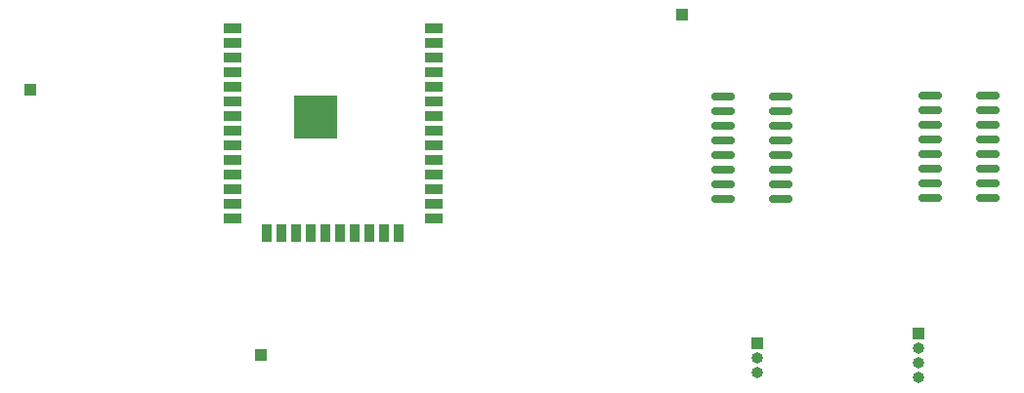
<source format=gbr>
%TF.GenerationSoftware,KiCad,Pcbnew,8.0.3*%
%TF.CreationDate,2024-06-26T21:10:10-03:00*%
%TF.ProjectId,SmartFeeder,536d6172-7446-4656-9564-65722e6b6963,rev?*%
%TF.SameCoordinates,Original*%
%TF.FileFunction,Soldermask,Top*%
%TF.FilePolarity,Negative*%
%FSLAX46Y46*%
G04 Gerber Fmt 4.6, Leading zero omitted, Abs format (unit mm)*
G04 Created by KiCad (PCBNEW 8.0.3) date 2024-06-26 21:10:10*
%MOMM*%
%LPD*%
G01*
G04 APERTURE LIST*
G04 Aperture macros list*
%AMRoundRect*
0 Rectangle with rounded corners*
0 $1 Rounding radius*
0 $2 $3 $4 $5 $6 $7 $8 $9 X,Y pos of 4 corners*
0 Add a 4 corners polygon primitive as box body*
4,1,4,$2,$3,$4,$5,$6,$7,$8,$9,$2,$3,0*
0 Add four circle primitives for the rounded corners*
1,1,$1+$1,$2,$3*
1,1,$1+$1,$4,$5*
1,1,$1+$1,$6,$7*
1,1,$1+$1,$8,$9*
0 Add four rect primitives between the rounded corners*
20,1,$1+$1,$2,$3,$4,$5,0*
20,1,$1+$1,$4,$5,$6,$7,0*
20,1,$1+$1,$6,$7,$8,$9,0*
20,1,$1+$1,$8,$9,$2,$3,0*%
G04 Aperture macros list end*
%ADD10R,1.000000X1.000000*%
%ADD11O,1.000000X1.000000*%
%ADD12RoundRect,0.150000X-0.850000X-0.150000X0.850000X-0.150000X0.850000X0.150000X-0.850000X0.150000X0*%
%ADD13R,1.500000X0.900000*%
%ADD14R,0.900000X1.500000*%
%ADD15C,0.600000*%
%ADD16R,3.800000X3.800000*%
G04 APERTURE END LIST*
D10*
%TO.C,J2*%
X163000000Y-106960000D03*
D11*
X163000000Y-108230000D03*
X163000000Y-109500000D03*
%TD*%
D10*
%TO.C,J1*%
X177000000Y-106190000D03*
D11*
X177000000Y-107460000D03*
X177000000Y-108730000D03*
X177000000Y-110000000D03*
%TD*%
D12*
%TO.C,U3*%
X178000000Y-85460000D03*
X178000000Y-86730000D03*
X178000000Y-88000000D03*
X178000000Y-89270000D03*
X178000000Y-90540000D03*
X178000000Y-91810000D03*
X178000000Y-93080000D03*
X178000000Y-94350000D03*
X183000000Y-94350000D03*
X183000000Y-93080000D03*
X183000000Y-91810000D03*
X183000000Y-90540000D03*
X183000000Y-89270000D03*
X183000000Y-88000000D03*
X183000000Y-86730000D03*
X183000000Y-85460000D03*
%TD*%
%TO.C,U2*%
X160000000Y-85555000D03*
X160000000Y-86825000D03*
X160000000Y-88095000D03*
X160000000Y-89365000D03*
X160000000Y-90635000D03*
X160000000Y-91905000D03*
X160000000Y-93175000D03*
X160000000Y-94445000D03*
X165000000Y-94445000D03*
X165000000Y-93175000D03*
X165000000Y-91905000D03*
X165000000Y-90635000D03*
X165000000Y-89365000D03*
X165000000Y-88095000D03*
X165000000Y-86825000D03*
X165000000Y-85555000D03*
%TD*%
D13*
%TO.C,U1*%
X117500000Y-79650000D03*
X117500000Y-80920000D03*
X117500000Y-82190000D03*
X117500000Y-83460000D03*
X117500000Y-84730000D03*
X117500000Y-86000000D03*
X117500000Y-87270000D03*
X117500000Y-88540000D03*
X117500000Y-89810000D03*
X117500000Y-91080000D03*
X117500000Y-92350000D03*
X117500000Y-93620000D03*
X117500000Y-94890000D03*
X117500000Y-96160000D03*
D14*
X120540000Y-97410000D03*
X121810000Y-97410000D03*
X123080000Y-97410000D03*
X124350000Y-97410000D03*
X125620000Y-97410000D03*
X126890000Y-97410000D03*
X128160000Y-97410000D03*
X129430000Y-97410000D03*
X130700000Y-97410000D03*
X131970000Y-97410000D03*
D13*
X135000000Y-96160000D03*
X135000000Y-94890000D03*
X135000000Y-93620000D03*
X135000000Y-92350000D03*
X135000000Y-91080000D03*
X135000000Y-89810000D03*
X135000000Y-88540000D03*
X135000000Y-87270000D03*
X135000000Y-86000000D03*
X135000000Y-84730000D03*
X135000000Y-83460000D03*
X135000000Y-82190000D03*
X135000000Y-80920000D03*
X135000000Y-79650000D03*
D15*
X123350000Y-86670000D03*
X123350000Y-88070000D03*
X124050000Y-85970000D03*
X124050000Y-87370000D03*
X124050000Y-88770000D03*
X124725000Y-86670000D03*
X124725000Y-88070000D03*
D16*
X124750000Y-87370000D03*
D15*
X125450000Y-85970000D03*
X125450000Y-87370000D03*
X125450000Y-88770000D03*
X126150000Y-86670000D03*
X126150000Y-88070000D03*
%TD*%
D10*
%TO.C,J5*%
X120000000Y-108000000D03*
%TD*%
%TO.C,J4*%
X100000000Y-85000000D03*
%TD*%
%TO.C,J3*%
X156500000Y-78500000D03*
%TD*%
M02*

</source>
